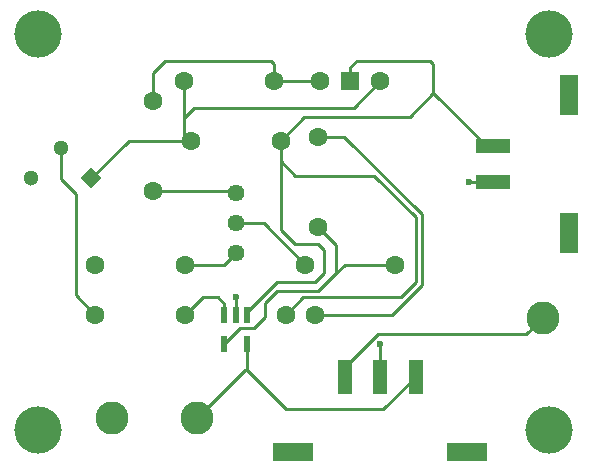
<source format=gtl>
%TF.GenerationSoftware,KiCad,Pcbnew,9.0.4*%
%TF.CreationDate,2025-10-30T00:59:31-05:00*%
%TF.ProjectId,HVS Series Vacuum Sensor,48565320-5365-4726-9965-732056616375,rev?*%
%TF.SameCoordinates,Original*%
%TF.FileFunction,Copper,L1,Top*%
%TF.FilePolarity,Positive*%
%FSLAX46Y46*%
G04 Gerber Fmt 4.6, Leading zero omitted, Abs format (unit mm)*
G04 Created by KiCad (PCBNEW 9.0.4) date 2025-10-30 00:59:31*
%MOMM*%
%LPD*%
G01*
G04 APERTURE LIST*
G04 Aperture macros list*
%AMRotRect*
0 Rectangle, with rotation*
0 The origin of the aperture is its center*
0 $1 length*
0 $2 width*
0 $3 Rotation angle, in degrees counterclockwise*
0 Add horizontal line*
21,1,$1,$2,0,0,$3*%
G04 Aperture macros list end*
%TA.AperFunction,ComponentPad*%
%ADD10C,2.800000*%
%TD*%
%TA.AperFunction,ComponentPad*%
%ADD11R,1.500000X1.500000*%
%TD*%
%TA.AperFunction,ComponentPad*%
%ADD12C,1.600000*%
%TD*%
%TA.AperFunction,SMDPad,CuDef*%
%ADD13R,2.920000X1.270000*%
%TD*%
%TA.AperFunction,SMDPad,CuDef*%
%ADD14R,1.650000X3.430000*%
%TD*%
%TA.AperFunction,SMDPad,CuDef*%
%ADD15R,1.270000X2.920000*%
%TD*%
%TA.AperFunction,SMDPad,CuDef*%
%ADD16R,3.430000X1.650000*%
%TD*%
%TA.AperFunction,SMDPad,CuDef*%
%ADD17R,0.558800X1.473200*%
%TD*%
%TA.AperFunction,ComponentPad*%
%ADD18RotRect,1.300000X1.300000X315.000000*%
%TD*%
%TA.AperFunction,ComponentPad*%
%ADD19C,1.300000*%
%TD*%
%TA.AperFunction,ComponentPad*%
%ADD20C,1.440000*%
%TD*%
%TA.AperFunction,ViaPad*%
%ADD21C,4.000000*%
%TD*%
%TA.AperFunction,ViaPad*%
%ADD22C,0.600000*%
%TD*%
%TA.AperFunction,Conductor*%
%ADD23C,0.250000*%
%TD*%
G04 APERTURE END LIST*
D10*
%TO.P,Vout1,1,1*%
%TO.N,Vout*%
X155000000Y-99000000D03*
%TD*%
%TO.P,GND1,1,1*%
%TO.N,GND*%
X118500000Y-107500000D03*
%TD*%
D11*
%TO.P,SW1,1,C*%
%TO.N,Net-(SW1-C)*%
X138710000Y-79000000D03*
D12*
%TO.P,SW1,2,B*%
%TO.N,Net-(J1-Pin_1)*%
X141250000Y-79000000D03*
%TO.P,SW1,3,A*%
%TO.N,Net-(SW1-A)*%
X136170000Y-79000000D03*
%TD*%
D13*
%TO.P,J3,1,1*%
%TO.N,Net-(SW1-C)*%
X150830000Y-84500000D03*
%TO.P,J3,2,2*%
%TO.N,GND*%
X150830000Y-87500000D03*
D14*
%TO.P,J3,3*%
%TO.N,N/C*%
X157200000Y-80135000D03*
%TO.P,J3,4*%
X157200000Y-91865000D03*
%TD*%
D12*
%TO.P,R12,1*%
%TO.N,Net-(U2--INA)*%
X136000000Y-91310000D03*
%TO.P,R12,2*%
%TO.N,Net-(C8-Pad1)*%
X136000000Y-83690000D03*
%TD*%
%TO.P,R15A1,1*%
%TO.N,Net-(SW1-A)*%
X132250000Y-79000000D03*
%TO.P,R15A1,2*%
%TO.N,Net-(J1-Pin_1)*%
X124630000Y-79000000D03*
%TD*%
%TO.P,R15,1*%
%TO.N,Net-(R15-Pad1)*%
X122000000Y-88310000D03*
%TO.P,R15,2*%
%TO.N,Net-(SW1-A)*%
X122000000Y-80690000D03*
%TD*%
%TO.P,R14,1*%
%TO.N,Net-(J1-Pin_2)*%
X117130000Y-98750000D03*
%TO.P,R14,2*%
%TO.N,Net-(U2-+INA)*%
X124750000Y-98750000D03*
%TD*%
D15*
%TO.P,J2,1,1*%
%TO.N,+2V*%
X144250000Y-104000000D03*
%TO.P,J2,2,2*%
%TO.N,GND*%
X141250000Y-104000000D03*
%TO.P,J2,3,3*%
%TO.N,Vout*%
X138250000Y-104000000D03*
D16*
%TO.P,J2,4*%
%TO.N,N/C*%
X148615000Y-110370000D03*
%TO.P,J2,5*%
X133885000Y-110370000D03*
%TD*%
D17*
%TO.P,U2,1,OUTA*%
%TO.N,Net-(SW1-C)*%
X129939800Y-98806200D03*
%TO.P,U2,2,V-*%
%TO.N,GND*%
X129000000Y-98806200D03*
%TO.P,U2,3,+INA*%
%TO.N,Net-(U2-+INA)*%
X128060200Y-98806200D03*
%TO.P,U2,4,-INA*%
%TO.N,Net-(U2--INA)*%
X128060200Y-101193800D03*
%TO.P,U2,5,V+*%
%TO.N,+2V*%
X129939800Y-101193800D03*
%TD*%
D12*
%TO.P,R13,1*%
%TO.N,Net-(R13-Pad1)*%
X134880000Y-94500000D03*
%TO.P,R13,2*%
%TO.N,Net-(U2--INA)*%
X142500000Y-94500000D03*
%TD*%
%TO.P,C8,1*%
%TO.N,Net-(C8-Pad1)*%
X135750000Y-98750000D03*
%TO.P,C8,2*%
%TO.N,Net-(SW1-C)*%
X133250000Y-98750000D03*
%TD*%
D18*
%TO.P,J1,1,Pin_1*%
%TO.N,Net-(J1-Pin_1)*%
X116795584Y-87204416D03*
D19*
%TO.P,J1,2,Pin_2*%
%TO.N,Net-(J1-Pin_2)*%
X114250000Y-84658832D03*
%TO.P,J1,3,Pin_3*%
%TO.N,GND*%
X111704416Y-87204416D03*
%TD*%
D10*
%TO.P,POWERB1,1,1*%
%TO.N,+2V*%
X125750000Y-107500000D03*
%TD*%
D12*
%TO.P,R5,1*%
%TO.N,Net-(J1-Pin_1)*%
X125190000Y-84000000D03*
%TO.P,R5,2*%
%TO.N,Net-(SW1-C)*%
X132810000Y-84000000D03*
%TD*%
D20*
%TO.P,RV29,1,1*%
%TO.N,Net-(R15-Pad1)*%
X128995000Y-88460000D03*
%TO.P,RV29,2,2*%
%TO.N,Net-(R13-Pad1)*%
X128995000Y-91000000D03*
%TO.P,RV29,3,3*%
%TO.N,Net-(R16-Pad2)*%
X128995000Y-93540000D03*
%TD*%
D12*
%TO.P,R16,1*%
%TO.N,GND*%
X117130000Y-94500000D03*
%TO.P,R16,2*%
%TO.N,Net-(R16-Pad2)*%
X124750000Y-94500000D03*
%TD*%
D21*
%TO.N,*%
X112250000Y-75000000D03*
X155500000Y-108500000D03*
X112250000Y-108500000D03*
X155500000Y-75000000D03*
D22*
%TO.N,GND*%
X148750000Y-87500000D03*
X141250000Y-101250000D03*
X129000000Y-97250000D03*
%TD*%
D23*
%TO.N,Net-(C8-Pad1)*%
X138190000Y-83690000D02*
X136000000Y-83690000D01*
X144750000Y-90250000D02*
X138190000Y-83690000D01*
X135750000Y-98750000D02*
X142250000Y-98750000D01*
X144750000Y-96250000D02*
X144750000Y-90250000D01*
X142250000Y-98750000D02*
X144750000Y-96250000D01*
%TO.N,GND*%
X141250000Y-104000000D02*
X141250000Y-101250000D01*
X129000000Y-98806200D02*
X129000000Y-97250000D01*
X150830000Y-87500000D02*
X148750000Y-87500000D01*
%TO.N,Net-(J1-Pin_2)*%
X114250000Y-87250000D02*
X114250000Y-84658832D01*
X115500000Y-88500000D02*
X114250000Y-87250000D01*
X115500000Y-97120000D02*
X115500000Y-88500000D01*
X117130000Y-98750000D02*
X115500000Y-97120000D01*
%TO.N,Net-(J1-Pin_1)*%
X120000000Y-84000000D02*
X125190000Y-84000000D01*
X124630000Y-79000000D02*
X124630000Y-82250000D01*
X116795584Y-87204416D02*
X120000000Y-84000000D01*
X139000000Y-81250000D02*
X141250000Y-79000000D01*
X124630000Y-82250000D02*
X124630000Y-82120000D01*
X124630000Y-82120000D02*
X125500000Y-81250000D01*
X124630000Y-82250000D02*
X124630000Y-83440000D01*
X125500000Y-81250000D02*
X139000000Y-81250000D01*
X124630000Y-83440000D02*
X125190000Y-84000000D01*
%TO.N,Net-(U2--INA)*%
X132500000Y-96750000D02*
X136000000Y-96750000D01*
X128060200Y-101193800D02*
X129378000Y-99876000D01*
X130538000Y-99876000D02*
X131500000Y-98914000D01*
X131500000Y-98914000D02*
X131500000Y-97750000D01*
X137500000Y-92810000D02*
X136000000Y-91310000D01*
X131500000Y-97750000D02*
X132500000Y-96750000D01*
X129378000Y-99876000D02*
X130538000Y-99876000D01*
X142500000Y-94500000D02*
X138250000Y-94500000D01*
X137500000Y-95250000D02*
X137500000Y-92810000D01*
X138250000Y-94500000D02*
X137500000Y-95250000D01*
X136000000Y-96750000D02*
X137500000Y-95250000D01*
%TO.N,Net-(R13-Pad1)*%
X131380000Y-91000000D02*
X128995000Y-91000000D01*
X134880000Y-94500000D02*
X131380000Y-91000000D01*
%TO.N,Net-(U2-+INA)*%
X128060200Y-98806200D02*
X128060200Y-97810200D01*
X128060200Y-97810200D02*
X127500000Y-97250000D01*
X126250000Y-97250000D02*
X124750000Y-98750000D01*
X127500000Y-97250000D02*
X126250000Y-97250000D01*
%TO.N,Net-(R15-Pad1)*%
X128845000Y-88310000D02*
X128995000Y-88460000D01*
X122000000Y-88310000D02*
X128845000Y-88310000D01*
%TO.N,Net-(SW1-A)*%
X122000000Y-80690000D02*
X122000000Y-78250000D01*
X122000000Y-78250000D02*
X123000000Y-77250000D01*
X123000000Y-77250000D02*
X132000000Y-77250000D01*
X132000000Y-77250000D02*
X132250000Y-77500000D01*
X132250000Y-77500000D02*
X132250000Y-79000000D01*
X132250000Y-79000000D02*
X136170000Y-79000000D01*
%TO.N,Net-(R16-Pad2)*%
X124750000Y-94500000D02*
X128035000Y-94500000D01*
X128035000Y-94500000D02*
X128995000Y-93540000D01*
%TO.N,Vout*%
X153600001Y-100399999D02*
X155000000Y-99000000D01*
X141025001Y-100399999D02*
X153600001Y-100399999D01*
X138250000Y-103175000D02*
X141025001Y-100399999D01*
X138250000Y-104000000D02*
X138250000Y-103175000D01*
%TO.N,Net-(SW1-C)*%
X145750000Y-80000000D02*
X145750000Y-77500000D01*
X136500000Y-93250000D02*
X136000000Y-92750000D01*
X134810000Y-82000000D02*
X143750000Y-82000000D01*
X132810000Y-87000000D02*
X132810000Y-85750000D01*
X132810000Y-91560000D02*
X132810000Y-87000000D01*
X138710000Y-77790000D02*
X138710000Y-79000000D01*
X134750000Y-97250000D02*
X143000000Y-97250000D01*
X135750000Y-96000000D02*
X136500000Y-95250000D01*
X143000000Y-97250000D02*
X144250000Y-96000000D01*
X129939800Y-98806200D02*
X129939800Y-98560200D01*
X145750000Y-77500000D02*
X145500000Y-77250000D01*
X134060000Y-87000000D02*
X132810000Y-85750000D01*
X150250000Y-84500000D02*
X145750000Y-80000000D01*
X133250000Y-98750000D02*
X134750000Y-97250000D01*
X140750000Y-87000000D02*
X134060000Y-87000000D01*
X144250000Y-96000000D02*
X144250000Y-90500000D01*
X150830000Y-84500000D02*
X150250000Y-84500000D01*
X144250000Y-90500000D02*
X140750000Y-87000000D01*
X145500000Y-77250000D02*
X139250000Y-77250000D01*
X132810000Y-84000000D02*
X134810000Y-82000000D01*
X136500000Y-95250000D02*
X136500000Y-93250000D01*
X143750000Y-82000000D02*
X145750000Y-80000000D01*
X139250000Y-77250000D02*
X138710000Y-77790000D01*
X134000000Y-92750000D02*
X132810000Y-91560000D01*
X132810000Y-85750000D02*
X132810000Y-84000000D01*
X132500000Y-96000000D02*
X135750000Y-96000000D01*
X129939800Y-98560200D02*
X132500000Y-96000000D01*
X136000000Y-92750000D02*
X134000000Y-92750000D01*
%TO.N,+2V*%
X129939800Y-103439800D02*
X129939800Y-101193800D01*
X129810200Y-103439800D02*
X125750000Y-107500000D01*
X144250000Y-104000000D02*
X141500000Y-106750000D01*
X133250000Y-106750000D02*
X129939800Y-103439800D01*
X141500000Y-106750000D02*
X133250000Y-106750000D01*
X129939800Y-103439800D02*
X129810200Y-103439800D01*
%TD*%
M02*

</source>
